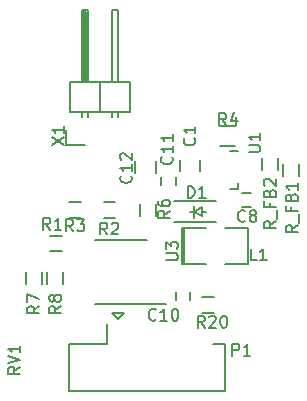
<source format=gbr>
G04 #@! TF.FileFunction,Legend,Top*
%FSLAX46Y46*%
G04 Gerber Fmt 4.6, Leading zero omitted, Abs format (unit mm)*
G04 Created by KiCad (PCBNEW 4.0.2-stable) date 3/16/2016 8:44:58 PM*
%MOMM*%
G01*
G04 APERTURE LIST*
%ADD10C,0.100000*%
%ADD11C,0.150000*%
G04 APERTURE END LIST*
D10*
D11*
X159875000Y-82750000D02*
X159875000Y-83750000D01*
X158525000Y-83750000D02*
X158525000Y-82750000D01*
X161550000Y-90900000D02*
X161550000Y-90200000D01*
X162750000Y-90200000D02*
X162750000Y-90900000D01*
X167850000Y-83000000D02*
X167150000Y-83000000D01*
X167150000Y-81800000D02*
X167850000Y-81800000D01*
X159800000Y-80100000D02*
X159800000Y-79100000D01*
X158100000Y-79100000D02*
X158100000Y-80100000D01*
X163600000Y-80000000D02*
X163600000Y-79000000D01*
X161900000Y-79000000D02*
X161900000Y-80000000D01*
X160300000Y-81150000D02*
X160300000Y-80450000D01*
X161500000Y-80450000D02*
X161500000Y-81150000D01*
X163717500Y-83400000D02*
X164098500Y-83400000D01*
X162701500Y-83400000D02*
X163082500Y-83400000D01*
X163082500Y-83400000D02*
X163717500Y-83019000D01*
X163717500Y-83019000D02*
X163717500Y-83781000D01*
X163717500Y-83781000D02*
X163082500Y-83400000D01*
X163082500Y-82892000D02*
X163082500Y-83908000D01*
X161400000Y-84300000D02*
X164940000Y-84300000D01*
X161400000Y-82500000D02*
X164940000Y-82500000D01*
X162006000Y-84776000D02*
X162006000Y-87824000D01*
X165689000Y-87824000D02*
X167594000Y-87824000D01*
X167594000Y-87824000D02*
X167594000Y-84776000D01*
X167594000Y-84776000D02*
X165689000Y-84776000D01*
X164038000Y-84776000D02*
X162006000Y-84776000D01*
X162206000Y-84776000D02*
X162206000Y-87824000D01*
X162006000Y-87824000D02*
X164038000Y-87824000D01*
X148875000Y-89500000D02*
X148875000Y-88500000D01*
X150225000Y-88500000D02*
X150225000Y-89500000D01*
X150575000Y-89500000D02*
X150575000Y-88500000D01*
X151925000Y-88500000D02*
X151925000Y-89500000D01*
X150900000Y-85425000D02*
X151900000Y-85425000D01*
X151900000Y-86775000D02*
X150900000Y-86775000D01*
X163750000Y-90625000D02*
X164750000Y-90625000D01*
X164750000Y-91975000D02*
X163750000Y-91975000D01*
X166500000Y-77875000D02*
X165300000Y-77875000D01*
X165300000Y-76125000D02*
X166500000Y-76125000D01*
X155400000Y-82575000D02*
X156400000Y-82575000D01*
X156400000Y-83925000D02*
X155400000Y-83925000D01*
X152500000Y-82575000D02*
X153500000Y-82575000D01*
X153500000Y-83925000D02*
X152500000Y-83925000D01*
X171975000Y-79350000D02*
X171975000Y-80350000D01*
X170625000Y-80350000D02*
X170625000Y-79350000D01*
X168825000Y-79900000D02*
X168825000Y-78900000D01*
X170175000Y-78900000D02*
X170175000Y-79900000D01*
X166800520Y-81500200D02*
X166800520Y-81009980D01*
X166099480Y-81500200D02*
X166800520Y-81500200D01*
X166099480Y-78299800D02*
X166800520Y-78299800D01*
X159100000Y-85765000D02*
X154700000Y-85765000D01*
X160675000Y-91215000D02*
X154700000Y-91215000D01*
X152250000Y-77800000D02*
X153800000Y-77800000D01*
X152250000Y-76500000D02*
X152250000Y-77800000D01*
X153673000Y-72309000D02*
X153673000Y-66467000D01*
X153673000Y-66467000D02*
X153927000Y-66467000D01*
X153927000Y-66467000D02*
X153927000Y-72309000D01*
X153927000Y-72309000D02*
X153800000Y-72309000D01*
X153800000Y-72309000D02*
X153800000Y-66467000D01*
X153546000Y-74976000D02*
X153546000Y-75357000D01*
X154054000Y-74976000D02*
X154054000Y-75357000D01*
X156086000Y-74976000D02*
X156086000Y-75357000D01*
X156594000Y-74976000D02*
X156594000Y-75357000D01*
X152530000Y-74976000D02*
X152530000Y-72436000D01*
X155070000Y-74976000D02*
X155070000Y-72436000D01*
X155070000Y-74976000D02*
X157610000Y-74976000D01*
X157610000Y-74976000D02*
X157610000Y-72436000D01*
X156086000Y-72436000D02*
X156086000Y-66340000D01*
X156086000Y-66340000D02*
X156594000Y-66340000D01*
X156594000Y-66340000D02*
X156594000Y-72436000D01*
X157610000Y-72436000D02*
X155070000Y-72436000D01*
X155070000Y-72436000D02*
X152530000Y-72436000D01*
X154054000Y-66340000D02*
X154054000Y-72436000D01*
X153546000Y-66340000D02*
X154054000Y-66340000D01*
X153546000Y-72436000D02*
X153546000Y-66340000D01*
X155070000Y-74976000D02*
X155070000Y-72436000D01*
X152530000Y-74976000D02*
X155070000Y-74976000D01*
X155700000Y-92950000D02*
X155700000Y-94650000D01*
X155700000Y-94650000D02*
X152500000Y-94650000D01*
X152500000Y-94650000D02*
X152500000Y-98550000D01*
X152500000Y-98550000D02*
X165700000Y-98550000D01*
X165700000Y-98550000D02*
X165700000Y-94650000D01*
X165700000Y-94650000D02*
X164700000Y-94650000D01*
X156600000Y-92450000D02*
X156100000Y-91950000D01*
X156100000Y-91950000D02*
X157100000Y-91950000D01*
X157100000Y-91950000D02*
X156600000Y-92450000D01*
X161002381Y-83341666D02*
X160526190Y-83675000D01*
X161002381Y-83913095D02*
X160002381Y-83913095D01*
X160002381Y-83532142D01*
X160050000Y-83436904D01*
X160097619Y-83389285D01*
X160192857Y-83341666D01*
X160335714Y-83341666D01*
X160430952Y-83389285D01*
X160478571Y-83436904D01*
X160526190Y-83532142D01*
X160526190Y-83913095D01*
X160002381Y-82484523D02*
X160002381Y-82675000D01*
X160050000Y-82770238D01*
X160097619Y-82817857D01*
X160240476Y-82913095D01*
X160430952Y-82960714D01*
X160811905Y-82960714D01*
X160907143Y-82913095D01*
X160954762Y-82865476D01*
X161002381Y-82770238D01*
X161002381Y-82579761D01*
X160954762Y-82484523D01*
X160907143Y-82436904D01*
X160811905Y-82389285D01*
X160573810Y-82389285D01*
X160478571Y-82436904D01*
X160430952Y-82484523D01*
X160383333Y-82579761D01*
X160383333Y-82770238D01*
X160430952Y-82865476D01*
X160478571Y-82913095D01*
X160573810Y-82960714D01*
X159832143Y-92532143D02*
X159784524Y-92579762D01*
X159641667Y-92627381D01*
X159546429Y-92627381D01*
X159403571Y-92579762D01*
X159308333Y-92484524D01*
X159260714Y-92389286D01*
X159213095Y-92198810D01*
X159213095Y-92055952D01*
X159260714Y-91865476D01*
X159308333Y-91770238D01*
X159403571Y-91675000D01*
X159546429Y-91627381D01*
X159641667Y-91627381D01*
X159784524Y-91675000D01*
X159832143Y-91722619D01*
X160784524Y-92627381D02*
X160213095Y-92627381D01*
X160498809Y-92627381D02*
X160498809Y-91627381D01*
X160403571Y-91770238D01*
X160308333Y-91865476D01*
X160213095Y-91913095D01*
X161403571Y-91627381D02*
X161498810Y-91627381D01*
X161594048Y-91675000D01*
X161641667Y-91722619D01*
X161689286Y-91817857D01*
X161736905Y-92008333D01*
X161736905Y-92246429D01*
X161689286Y-92436905D01*
X161641667Y-92532143D01*
X161594048Y-92579762D01*
X161498810Y-92627381D01*
X161403571Y-92627381D01*
X161308333Y-92579762D01*
X161260714Y-92532143D01*
X161213095Y-92436905D01*
X161165476Y-92246429D01*
X161165476Y-92008333D01*
X161213095Y-91817857D01*
X161260714Y-91722619D01*
X161308333Y-91675000D01*
X161403571Y-91627381D01*
X167383334Y-84182143D02*
X167335715Y-84229762D01*
X167192858Y-84277381D01*
X167097620Y-84277381D01*
X166954762Y-84229762D01*
X166859524Y-84134524D01*
X166811905Y-84039286D01*
X166764286Y-83848810D01*
X166764286Y-83705952D01*
X166811905Y-83515476D01*
X166859524Y-83420238D01*
X166954762Y-83325000D01*
X167097620Y-83277381D01*
X167192858Y-83277381D01*
X167335715Y-83325000D01*
X167383334Y-83372619D01*
X167954762Y-83705952D02*
X167859524Y-83658333D01*
X167811905Y-83610714D01*
X167764286Y-83515476D01*
X167764286Y-83467857D01*
X167811905Y-83372619D01*
X167859524Y-83325000D01*
X167954762Y-83277381D01*
X168145239Y-83277381D01*
X168240477Y-83325000D01*
X168288096Y-83372619D01*
X168335715Y-83467857D01*
X168335715Y-83515476D01*
X168288096Y-83610714D01*
X168240477Y-83658333D01*
X168145239Y-83705952D01*
X167954762Y-83705952D01*
X167859524Y-83753571D01*
X167811905Y-83801190D01*
X167764286Y-83896429D01*
X167764286Y-84086905D01*
X167811905Y-84182143D01*
X167859524Y-84229762D01*
X167954762Y-84277381D01*
X168145239Y-84277381D01*
X168240477Y-84229762D01*
X168288096Y-84182143D01*
X168335715Y-84086905D01*
X168335715Y-83896429D01*
X168288096Y-83801190D01*
X168240477Y-83753571D01*
X168145239Y-83705952D01*
X157707143Y-80342857D02*
X157754762Y-80390476D01*
X157802381Y-80533333D01*
X157802381Y-80628571D01*
X157754762Y-80771429D01*
X157659524Y-80866667D01*
X157564286Y-80914286D01*
X157373810Y-80961905D01*
X157230952Y-80961905D01*
X157040476Y-80914286D01*
X156945238Y-80866667D01*
X156850000Y-80771429D01*
X156802381Y-80628571D01*
X156802381Y-80533333D01*
X156850000Y-80390476D01*
X156897619Y-80342857D01*
X157802381Y-79390476D02*
X157802381Y-79961905D01*
X157802381Y-79676191D02*
X156802381Y-79676191D01*
X156945238Y-79771429D01*
X157040476Y-79866667D01*
X157088095Y-79961905D01*
X156897619Y-79009524D02*
X156850000Y-78961905D01*
X156802381Y-78866667D01*
X156802381Y-78628571D01*
X156850000Y-78533333D01*
X156897619Y-78485714D01*
X156992857Y-78438095D01*
X157088095Y-78438095D01*
X157230952Y-78485714D01*
X157802381Y-79057143D01*
X157802381Y-78438095D01*
X163082143Y-77166666D02*
X163129762Y-77214285D01*
X163177381Y-77357142D01*
X163177381Y-77452380D01*
X163129762Y-77595238D01*
X163034524Y-77690476D01*
X162939286Y-77738095D01*
X162748810Y-77785714D01*
X162605952Y-77785714D01*
X162415476Y-77738095D01*
X162320238Y-77690476D01*
X162225000Y-77595238D01*
X162177381Y-77452380D01*
X162177381Y-77357142D01*
X162225000Y-77214285D01*
X162272619Y-77166666D01*
X163177381Y-76214285D02*
X163177381Y-76785714D01*
X163177381Y-76500000D02*
X162177381Y-76500000D01*
X162320238Y-76595238D01*
X162415476Y-76690476D01*
X162463095Y-76785714D01*
X161157143Y-78767857D02*
X161204762Y-78815476D01*
X161252381Y-78958333D01*
X161252381Y-79053571D01*
X161204762Y-79196429D01*
X161109524Y-79291667D01*
X161014286Y-79339286D01*
X160823810Y-79386905D01*
X160680952Y-79386905D01*
X160490476Y-79339286D01*
X160395238Y-79291667D01*
X160300000Y-79196429D01*
X160252381Y-79053571D01*
X160252381Y-78958333D01*
X160300000Y-78815476D01*
X160347619Y-78767857D01*
X161252381Y-77815476D02*
X161252381Y-78386905D01*
X161252381Y-78101191D02*
X160252381Y-78101191D01*
X160395238Y-78196429D01*
X160490476Y-78291667D01*
X160538095Y-78386905D01*
X161252381Y-76863095D02*
X161252381Y-77434524D01*
X161252381Y-77148810D02*
X160252381Y-77148810D01*
X160395238Y-77244048D01*
X160490476Y-77339286D01*
X160538095Y-77434524D01*
X162536905Y-82227381D02*
X162536905Y-81227381D01*
X162775000Y-81227381D01*
X162917858Y-81275000D01*
X163013096Y-81370238D01*
X163060715Y-81465476D01*
X163108334Y-81655952D01*
X163108334Y-81798810D01*
X163060715Y-81989286D01*
X163013096Y-82084524D01*
X162917858Y-82179762D01*
X162775000Y-82227381D01*
X162536905Y-82227381D01*
X164060715Y-82227381D02*
X163489286Y-82227381D01*
X163775000Y-82227381D02*
X163775000Y-81227381D01*
X163679762Y-81370238D01*
X163584524Y-81465476D01*
X163489286Y-81513095D01*
X168358334Y-87527381D02*
X167882143Y-87527381D01*
X167882143Y-86527381D01*
X169215477Y-87527381D02*
X168644048Y-87527381D01*
X168929762Y-87527381D02*
X168929762Y-86527381D01*
X168834524Y-86670238D01*
X168739286Y-86765476D01*
X168644048Y-86813095D01*
X149952381Y-91391666D02*
X149476190Y-91725000D01*
X149952381Y-91963095D02*
X148952381Y-91963095D01*
X148952381Y-91582142D01*
X149000000Y-91486904D01*
X149047619Y-91439285D01*
X149142857Y-91391666D01*
X149285714Y-91391666D01*
X149380952Y-91439285D01*
X149428571Y-91486904D01*
X149476190Y-91582142D01*
X149476190Y-91963095D01*
X148952381Y-91058333D02*
X148952381Y-90391666D01*
X149952381Y-90820238D01*
X151802381Y-91391666D02*
X151326190Y-91725000D01*
X151802381Y-91963095D02*
X150802381Y-91963095D01*
X150802381Y-91582142D01*
X150850000Y-91486904D01*
X150897619Y-91439285D01*
X150992857Y-91391666D01*
X151135714Y-91391666D01*
X151230952Y-91439285D01*
X151278571Y-91486904D01*
X151326190Y-91582142D01*
X151326190Y-91963095D01*
X151230952Y-90820238D02*
X151183333Y-90915476D01*
X151135714Y-90963095D01*
X151040476Y-91010714D01*
X150992857Y-91010714D01*
X150897619Y-90963095D01*
X150850000Y-90915476D01*
X150802381Y-90820238D01*
X150802381Y-90629761D01*
X150850000Y-90534523D01*
X150897619Y-90486904D01*
X150992857Y-90439285D01*
X151040476Y-90439285D01*
X151135714Y-90486904D01*
X151183333Y-90534523D01*
X151230952Y-90629761D01*
X151230952Y-90820238D01*
X151278571Y-90915476D01*
X151326190Y-90963095D01*
X151421429Y-91010714D01*
X151611905Y-91010714D01*
X151707143Y-90963095D01*
X151754762Y-90915476D01*
X151802381Y-90820238D01*
X151802381Y-90629761D01*
X151754762Y-90534523D01*
X151707143Y-90486904D01*
X151611905Y-90439285D01*
X151421429Y-90439285D01*
X151326190Y-90486904D01*
X151278571Y-90534523D01*
X151230952Y-90629761D01*
X150883334Y-84927381D02*
X150550000Y-84451190D01*
X150311905Y-84927381D02*
X150311905Y-83927381D01*
X150692858Y-83927381D01*
X150788096Y-83975000D01*
X150835715Y-84022619D01*
X150883334Y-84117857D01*
X150883334Y-84260714D01*
X150835715Y-84355952D01*
X150788096Y-84403571D01*
X150692858Y-84451190D01*
X150311905Y-84451190D01*
X151835715Y-84927381D02*
X151264286Y-84927381D01*
X151550000Y-84927381D02*
X151550000Y-83927381D01*
X151454762Y-84070238D01*
X151359524Y-84165476D01*
X151264286Y-84213095D01*
X163957143Y-93227381D02*
X163623809Y-92751190D01*
X163385714Y-93227381D02*
X163385714Y-92227381D01*
X163766667Y-92227381D01*
X163861905Y-92275000D01*
X163909524Y-92322619D01*
X163957143Y-92417857D01*
X163957143Y-92560714D01*
X163909524Y-92655952D01*
X163861905Y-92703571D01*
X163766667Y-92751190D01*
X163385714Y-92751190D01*
X164338095Y-92322619D02*
X164385714Y-92275000D01*
X164480952Y-92227381D01*
X164719048Y-92227381D01*
X164814286Y-92275000D01*
X164861905Y-92322619D01*
X164909524Y-92417857D01*
X164909524Y-92513095D01*
X164861905Y-92655952D01*
X164290476Y-93227381D01*
X164909524Y-93227381D01*
X165528571Y-92227381D02*
X165623810Y-92227381D01*
X165719048Y-92275000D01*
X165766667Y-92322619D01*
X165814286Y-92417857D01*
X165861905Y-92608333D01*
X165861905Y-92846429D01*
X165814286Y-93036905D01*
X165766667Y-93132143D01*
X165719048Y-93179762D01*
X165623810Y-93227381D01*
X165528571Y-93227381D01*
X165433333Y-93179762D01*
X165385714Y-93132143D01*
X165338095Y-93036905D01*
X165290476Y-92846429D01*
X165290476Y-92608333D01*
X165338095Y-92417857D01*
X165385714Y-92322619D01*
X165433333Y-92275000D01*
X165528571Y-92227381D01*
X165783334Y-76052381D02*
X165450000Y-75576190D01*
X165211905Y-76052381D02*
X165211905Y-75052381D01*
X165592858Y-75052381D01*
X165688096Y-75100000D01*
X165735715Y-75147619D01*
X165783334Y-75242857D01*
X165783334Y-75385714D01*
X165735715Y-75480952D01*
X165688096Y-75528571D01*
X165592858Y-75576190D01*
X165211905Y-75576190D01*
X166640477Y-75385714D02*
X166640477Y-76052381D01*
X166402381Y-75004762D02*
X166164286Y-75719048D01*
X166783334Y-75719048D01*
X155708334Y-85327381D02*
X155375000Y-84851190D01*
X155136905Y-85327381D02*
X155136905Y-84327381D01*
X155517858Y-84327381D01*
X155613096Y-84375000D01*
X155660715Y-84422619D01*
X155708334Y-84517857D01*
X155708334Y-84660714D01*
X155660715Y-84755952D01*
X155613096Y-84803571D01*
X155517858Y-84851190D01*
X155136905Y-84851190D01*
X156089286Y-84422619D02*
X156136905Y-84375000D01*
X156232143Y-84327381D01*
X156470239Y-84327381D01*
X156565477Y-84375000D01*
X156613096Y-84422619D01*
X156660715Y-84517857D01*
X156660715Y-84613095D01*
X156613096Y-84755952D01*
X156041667Y-85327381D01*
X156660715Y-85327381D01*
X152833334Y-85052381D02*
X152500000Y-84576190D01*
X152261905Y-85052381D02*
X152261905Y-84052381D01*
X152642858Y-84052381D01*
X152738096Y-84100000D01*
X152785715Y-84147619D01*
X152833334Y-84242857D01*
X152833334Y-84385714D01*
X152785715Y-84480952D01*
X152738096Y-84528571D01*
X152642858Y-84576190D01*
X152261905Y-84576190D01*
X153166667Y-84052381D02*
X153785715Y-84052381D01*
X153452381Y-84433333D01*
X153595239Y-84433333D01*
X153690477Y-84480952D01*
X153738096Y-84528571D01*
X153785715Y-84623810D01*
X153785715Y-84861905D01*
X153738096Y-84957143D01*
X153690477Y-85004762D01*
X153595239Y-85052381D01*
X153309524Y-85052381D01*
X153214286Y-85004762D01*
X153166667Y-84957143D01*
X148327381Y-96545238D02*
X147851190Y-96878572D01*
X148327381Y-97116667D02*
X147327381Y-97116667D01*
X147327381Y-96735714D01*
X147375000Y-96640476D01*
X147422619Y-96592857D01*
X147517857Y-96545238D01*
X147660714Y-96545238D01*
X147755952Y-96592857D01*
X147803571Y-96640476D01*
X147851190Y-96735714D01*
X147851190Y-97116667D01*
X147327381Y-96259524D02*
X148327381Y-95926191D01*
X147327381Y-95592857D01*
X148327381Y-94735714D02*
X148327381Y-95307143D01*
X148327381Y-95021429D02*
X147327381Y-95021429D01*
X147470238Y-95116667D01*
X147565476Y-95211905D01*
X147613095Y-95307143D01*
X171827381Y-84551190D02*
X171351190Y-84884524D01*
X171827381Y-85122619D02*
X170827381Y-85122619D01*
X170827381Y-84741666D01*
X170875000Y-84646428D01*
X170922619Y-84598809D01*
X171017857Y-84551190D01*
X171160714Y-84551190D01*
X171255952Y-84598809D01*
X171303571Y-84646428D01*
X171351190Y-84741666D01*
X171351190Y-85122619D01*
X171922619Y-84360714D02*
X171922619Y-83598809D01*
X171303571Y-83027380D02*
X171303571Y-83360714D01*
X171827381Y-83360714D02*
X170827381Y-83360714D01*
X170827381Y-82884523D01*
X171303571Y-82170237D02*
X171351190Y-82027380D01*
X171398810Y-81979761D01*
X171494048Y-81932142D01*
X171636905Y-81932142D01*
X171732143Y-81979761D01*
X171779762Y-82027380D01*
X171827381Y-82122618D01*
X171827381Y-82503571D01*
X170827381Y-82503571D01*
X170827381Y-82170237D01*
X170875000Y-82074999D01*
X170922619Y-82027380D01*
X171017857Y-81979761D01*
X171113095Y-81979761D01*
X171208333Y-82027380D01*
X171255952Y-82074999D01*
X171303571Y-82170237D01*
X171303571Y-82503571D01*
X171827381Y-80979761D02*
X171827381Y-81551190D01*
X171827381Y-81265476D02*
X170827381Y-81265476D01*
X170970238Y-81360714D01*
X171065476Y-81455952D01*
X171113095Y-81551190D01*
X169977381Y-84201190D02*
X169501190Y-84534524D01*
X169977381Y-84772619D02*
X168977381Y-84772619D01*
X168977381Y-84391666D01*
X169025000Y-84296428D01*
X169072619Y-84248809D01*
X169167857Y-84201190D01*
X169310714Y-84201190D01*
X169405952Y-84248809D01*
X169453571Y-84296428D01*
X169501190Y-84391666D01*
X169501190Y-84772619D01*
X170072619Y-84010714D02*
X170072619Y-83248809D01*
X169453571Y-82677380D02*
X169453571Y-83010714D01*
X169977381Y-83010714D02*
X168977381Y-83010714D01*
X168977381Y-82534523D01*
X169453571Y-81820237D02*
X169501190Y-81677380D01*
X169548810Y-81629761D01*
X169644048Y-81582142D01*
X169786905Y-81582142D01*
X169882143Y-81629761D01*
X169929762Y-81677380D01*
X169977381Y-81772618D01*
X169977381Y-82153571D01*
X168977381Y-82153571D01*
X168977381Y-81820237D01*
X169025000Y-81724999D01*
X169072619Y-81677380D01*
X169167857Y-81629761D01*
X169263095Y-81629761D01*
X169358333Y-81677380D01*
X169405952Y-81724999D01*
X169453571Y-81820237D01*
X169453571Y-82153571D01*
X169072619Y-81201190D02*
X169025000Y-81153571D01*
X168977381Y-81058333D01*
X168977381Y-80820237D01*
X169025000Y-80724999D01*
X169072619Y-80677380D01*
X169167857Y-80629761D01*
X169263095Y-80629761D01*
X169405952Y-80677380D01*
X169977381Y-81248809D01*
X169977381Y-80629761D01*
X167677381Y-78336905D02*
X168486905Y-78336905D01*
X168582143Y-78289286D01*
X168629762Y-78241667D01*
X168677381Y-78146429D01*
X168677381Y-77955952D01*
X168629762Y-77860714D01*
X168582143Y-77813095D01*
X168486905Y-77765476D01*
X167677381Y-77765476D01*
X168677381Y-76765476D02*
X168677381Y-77336905D01*
X168677381Y-77051191D02*
X167677381Y-77051191D01*
X167820238Y-77146429D01*
X167915476Y-77241667D01*
X167963095Y-77336905D01*
X160702381Y-87511905D02*
X161511905Y-87511905D01*
X161607143Y-87464286D01*
X161654762Y-87416667D01*
X161702381Y-87321429D01*
X161702381Y-87130952D01*
X161654762Y-87035714D01*
X161607143Y-86988095D01*
X161511905Y-86940476D01*
X160702381Y-86940476D01*
X160702381Y-86559524D02*
X160702381Y-85940476D01*
X161083333Y-86273810D01*
X161083333Y-86130952D01*
X161130952Y-86035714D01*
X161178571Y-85988095D01*
X161273810Y-85940476D01*
X161511905Y-85940476D01*
X161607143Y-85988095D01*
X161654762Y-86035714D01*
X161702381Y-86130952D01*
X161702381Y-86416667D01*
X161654762Y-86511905D01*
X161607143Y-86559524D01*
X151027381Y-77759524D02*
X152027381Y-77092857D01*
X151027381Y-77092857D02*
X152027381Y-77759524D01*
X152027381Y-76188095D02*
X152027381Y-76759524D01*
X152027381Y-76473810D02*
X151027381Y-76473810D01*
X151170238Y-76569048D01*
X151265476Y-76664286D01*
X151313095Y-76759524D01*
X166311905Y-95602381D02*
X166311905Y-94602381D01*
X166692858Y-94602381D01*
X166788096Y-94650000D01*
X166835715Y-94697619D01*
X166883334Y-94792857D01*
X166883334Y-94935714D01*
X166835715Y-95030952D01*
X166788096Y-95078571D01*
X166692858Y-95126190D01*
X166311905Y-95126190D01*
X167835715Y-95602381D02*
X167264286Y-95602381D01*
X167550000Y-95602381D02*
X167550000Y-94602381D01*
X167454762Y-94745238D01*
X167359524Y-94840476D01*
X167264286Y-94888095D01*
M02*

</source>
